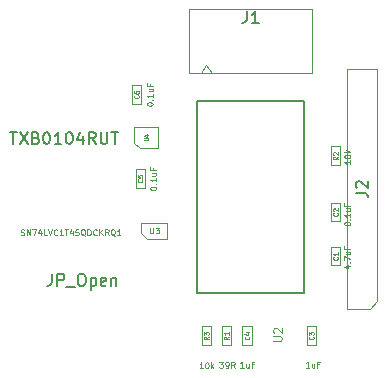
<source format=gbr>
G04 #@! TF.GenerationSoftware,KiCad,Pcbnew,(5.1.5)-3*
G04 #@! TF.CreationDate,2021-07-20T23:34:02+09:00*
G04 #@! TF.ProjectId,pmw3360,706d7733-3336-4302-9e6b-696361645f70,rev?*
G04 #@! TF.SameCoordinates,PX5b136e0PY4bcb138*
G04 #@! TF.FileFunction,Other,Fab,Top*
%FSLAX46Y46*%
G04 Gerber Fmt 4.6, Leading zero omitted, Abs format (unit mm)*
G04 Created by KiCad (PCBNEW (5.1.5)-3) date 2021-07-20 23:34:02*
%MOMM*%
%LPD*%
G04 APERTURE LIST*
%ADD10C,0.100000*%
%ADD11C,0.200000*%
%ADD12C,0.060000*%
%ADD13C,0.150000*%
%ADD14C,0.075000*%
%ADD15C,0.030000*%
G04 APERTURE END LIST*
D10*
X12916666Y-27833333D02*
X13483333Y-27833333D01*
X13550000Y-27800000D01*
X13583333Y-27766666D01*
X13616666Y-27700000D01*
X13616666Y-27566666D01*
X13583333Y-27500000D01*
X13550000Y-27466666D01*
X13483333Y-27433333D01*
X12916666Y-27433333D01*
X12983333Y-27133333D02*
X12950000Y-27100000D01*
X12916666Y-27033333D01*
X12916666Y-26866666D01*
X12950000Y-26800000D01*
X12983333Y-26766666D01*
X13050000Y-26733333D01*
X13116666Y-26733333D01*
X13216666Y-26766666D01*
X13616666Y-27166666D01*
X13616666Y-26733333D01*
X16550001Y-26587500D02*
X16550001Y-28187500D01*
X15750001Y-26587500D02*
X16550001Y-26587500D01*
X15750001Y-28187500D02*
X15750001Y-26587500D01*
X16550001Y-28187500D02*
X15750001Y-28187500D01*
X18600000Y-11362500D02*
X18600000Y-12962500D01*
X17800000Y-11362500D02*
X18600000Y-11362500D01*
X17800000Y-12962500D02*
X17800000Y-11362500D01*
X18600000Y-12962500D02*
X17800000Y-12962500D01*
X8550000Y-28187500D02*
X8550000Y-26587500D01*
X9350000Y-28187500D02*
X8550000Y-28187500D01*
X9350000Y-26587500D02*
X9350000Y-28187500D01*
X8550000Y-26587500D02*
X9350000Y-26587500D01*
X7250000Y-4442893D02*
X7750000Y-5150000D01*
X6750000Y-5150000D02*
X7250000Y-4442893D01*
X16200000Y250000D02*
X5800000Y250000D01*
X16200000Y-5150000D02*
X16200000Y250000D01*
X5800000Y-5150000D02*
X16200000Y-5150000D01*
X5800000Y250000D02*
X5800000Y-5150000D01*
X1750000Y-6162500D02*
X1750000Y-7762500D01*
X950000Y-6162500D02*
X1750000Y-6162500D01*
X950000Y-7762500D02*
X950000Y-6162500D01*
X1750000Y-7762500D02*
X950000Y-7762500D01*
X2050000Y-13287500D02*
X2050000Y-14887500D01*
X1250000Y-13287500D02*
X2050000Y-13287500D01*
X1250000Y-14887500D02*
X1250000Y-13287500D01*
X2050000Y-14887500D02*
X1250000Y-14887500D01*
X7650000Y-26587500D02*
X7650000Y-28187500D01*
X6850000Y-26587500D02*
X7650000Y-26587500D01*
X6850000Y-28187500D02*
X6850000Y-26587500D01*
X7650000Y-28187500D02*
X6850000Y-28187500D01*
X11100000Y-26587500D02*
X11100000Y-28187500D01*
X10300000Y-26587500D02*
X11100000Y-26587500D01*
X10300000Y-28187500D02*
X10300000Y-26587500D01*
X11100000Y-28187500D02*
X10300000Y-28187500D01*
X18600000Y-16112500D02*
X18600000Y-17712500D01*
X17800000Y-16112500D02*
X18600000Y-16112500D01*
X17800000Y-17712500D02*
X17800000Y-16112500D01*
X18600000Y-17712500D02*
X17800000Y-17712500D01*
X17800000Y-21437500D02*
X17800000Y-19837500D01*
X18600000Y-21437500D02*
X17800000Y-21437500D01*
X18600000Y-19837500D02*
X18600000Y-21437500D01*
X17800000Y-19837500D02*
X18600000Y-19837500D01*
X1750000Y-18675000D02*
X2250000Y-19175000D01*
X3950000Y-17825000D02*
X3950000Y-19175000D01*
X1750000Y-17825000D02*
X3950000Y-17825000D01*
X2250000Y-19175000D02*
X3950000Y-19175000D01*
X1750000Y-17825000D02*
X1750000Y-18675000D01*
D11*
X6450000Y-7550000D02*
X15550000Y-7550000D01*
X6450000Y-23750000D02*
X6450000Y-7550000D01*
X15550000Y-23750000D02*
X6450000Y-23750000D01*
X15550000Y-7550000D02*
X15550000Y-23750000D01*
D10*
X1150000Y-11100000D02*
X1150000Y-9750000D01*
X3150000Y-11450000D02*
X1650000Y-11450000D01*
X3150000Y-9750000D02*
X3150000Y-11450000D01*
X1150000Y-9750000D02*
X3150000Y-9750000D01*
X1150000Y-11100000D02*
X1650000Y-11450000D01*
X21720000Y-24485000D02*
X21085000Y-25120000D01*
X21720000Y-4800000D02*
X21720000Y-24485000D01*
X19180000Y-4800000D02*
X21720000Y-4800000D01*
X19180000Y-25120000D02*
X19180000Y-4800000D01*
X21085000Y-25120000D02*
X19180000Y-25120000D01*
X15952380Y-30076190D02*
X15666666Y-30076190D01*
X15809523Y-30076190D02*
X15809523Y-29576190D01*
X15761904Y-29647619D01*
X15714285Y-29695238D01*
X15666666Y-29719047D01*
X16380952Y-29742857D02*
X16380952Y-30076190D01*
X16166666Y-29742857D02*
X16166666Y-30004761D01*
X16190476Y-30052380D01*
X16238095Y-30076190D01*
X16309523Y-30076190D01*
X16357142Y-30052380D01*
X16380952Y-30028571D01*
X16785714Y-29814285D02*
X16619047Y-29814285D01*
X16619047Y-30076190D02*
X16619047Y-29576190D01*
X16857142Y-29576190D01*
D12*
X16292858Y-27454166D02*
X16311905Y-27473214D01*
X16330953Y-27530357D01*
X16330953Y-27568452D01*
X16311905Y-27625595D01*
X16273810Y-27663690D01*
X16235715Y-27682738D01*
X16159524Y-27701785D01*
X16102381Y-27701785D01*
X16026191Y-27682738D01*
X15988096Y-27663690D01*
X15950001Y-27625595D01*
X15930953Y-27568452D01*
X15930953Y-27530357D01*
X15950001Y-27473214D01*
X15969048Y-27454166D01*
X15930953Y-27320833D02*
X15930953Y-27073214D01*
X16083334Y-27206547D01*
X16083334Y-27149404D01*
X16102381Y-27111309D01*
X16121429Y-27092261D01*
X16159524Y-27073214D01*
X16254762Y-27073214D01*
X16292858Y-27092261D01*
X16311905Y-27111309D01*
X16330953Y-27149404D01*
X16330953Y-27263690D01*
X16311905Y-27301785D01*
X16292858Y-27320833D01*
D10*
X19426190Y-12547619D02*
X19426190Y-12833333D01*
X19426190Y-12690476D02*
X18926190Y-12690476D01*
X18997619Y-12738095D01*
X19045238Y-12785714D01*
X19069047Y-12833333D01*
X18926190Y-12238095D02*
X18926190Y-12190476D01*
X18950000Y-12142857D01*
X18973809Y-12119047D01*
X19021428Y-12095238D01*
X19116666Y-12071428D01*
X19235714Y-12071428D01*
X19330952Y-12095238D01*
X19378571Y-12119047D01*
X19402380Y-12142857D01*
X19426190Y-12190476D01*
X19426190Y-12238095D01*
X19402380Y-12285714D01*
X19378571Y-12309523D01*
X19330952Y-12333333D01*
X19235714Y-12357142D01*
X19116666Y-12357142D01*
X19021428Y-12333333D01*
X18973809Y-12309523D01*
X18950000Y-12285714D01*
X18926190Y-12238095D01*
X19426190Y-11857142D02*
X18926190Y-11857142D01*
X19235714Y-11809523D02*
X19426190Y-11666666D01*
X19092857Y-11666666D02*
X19283333Y-11857142D01*
D12*
X18380952Y-12229166D02*
X18190476Y-12362500D01*
X18380952Y-12457738D02*
X17980952Y-12457738D01*
X17980952Y-12305357D01*
X18000000Y-12267261D01*
X18019047Y-12248214D01*
X18057142Y-12229166D01*
X18114285Y-12229166D01*
X18152380Y-12248214D01*
X18171428Y-12267261D01*
X18190476Y-12305357D01*
X18190476Y-12457738D01*
X18019047Y-12076785D02*
X18000000Y-12057738D01*
X17980952Y-12019642D01*
X17980952Y-11924404D01*
X18000000Y-11886309D01*
X18019047Y-11867261D01*
X18057142Y-11848214D01*
X18095238Y-11848214D01*
X18152380Y-11867261D01*
X18380952Y-12095833D01*
X18380952Y-11848214D01*
D10*
X8345238Y-29601190D02*
X8654761Y-29601190D01*
X8488095Y-29791666D01*
X8559523Y-29791666D01*
X8607142Y-29815476D01*
X8630952Y-29839285D01*
X8654761Y-29886904D01*
X8654761Y-30005952D01*
X8630952Y-30053571D01*
X8607142Y-30077380D01*
X8559523Y-30101190D01*
X8416666Y-30101190D01*
X8369047Y-30077380D01*
X8345238Y-30053571D01*
X8892857Y-30101190D02*
X8988095Y-30101190D01*
X9035714Y-30077380D01*
X9059523Y-30053571D01*
X9107142Y-29982142D01*
X9130952Y-29886904D01*
X9130952Y-29696428D01*
X9107142Y-29648809D01*
X9083333Y-29625000D01*
X9035714Y-29601190D01*
X8940476Y-29601190D01*
X8892857Y-29625000D01*
X8869047Y-29648809D01*
X8845238Y-29696428D01*
X8845238Y-29815476D01*
X8869047Y-29863095D01*
X8892857Y-29886904D01*
X8940476Y-29910714D01*
X9035714Y-29910714D01*
X9083333Y-29886904D01*
X9107142Y-29863095D01*
X9130952Y-29815476D01*
X9630952Y-30101190D02*
X9464285Y-29863095D01*
X9345238Y-30101190D02*
X9345238Y-29601190D01*
X9535714Y-29601190D01*
X9583333Y-29625000D01*
X9607142Y-29648809D01*
X9630952Y-29696428D01*
X9630952Y-29767857D01*
X9607142Y-29815476D01*
X9583333Y-29839285D01*
X9535714Y-29863095D01*
X9345238Y-29863095D01*
D12*
X9130952Y-27454166D02*
X8940476Y-27587500D01*
X9130952Y-27682738D02*
X8730952Y-27682738D01*
X8730952Y-27530357D01*
X8750000Y-27492261D01*
X8769047Y-27473214D01*
X8807142Y-27454166D01*
X8864285Y-27454166D01*
X8902380Y-27473214D01*
X8921428Y-27492261D01*
X8940476Y-27530357D01*
X8940476Y-27682738D01*
X9130952Y-27073214D02*
X9130952Y-27301785D01*
X9130952Y-27187500D02*
X8730952Y-27187500D01*
X8788095Y-27225595D01*
X8826190Y-27263690D01*
X8845238Y-27301785D01*
D13*
X10666666Y97620D02*
X10666666Y-616666D01*
X10619047Y-759523D01*
X10523809Y-854761D01*
X10380952Y-902380D01*
X10285714Y-902380D01*
X11666666Y-902380D02*
X11095238Y-902380D01*
X11380952Y-902380D02*
X11380952Y97620D01*
X11285714Y-45238D01*
X11190476Y-140476D01*
X11095238Y-188095D01*
D10*
X2201190Y-7796428D02*
X2201190Y-7748809D01*
X2225000Y-7701190D01*
X2248809Y-7677380D01*
X2296428Y-7653571D01*
X2391666Y-7629761D01*
X2510714Y-7629761D01*
X2605952Y-7653571D01*
X2653571Y-7677380D01*
X2677380Y-7701190D01*
X2701190Y-7748809D01*
X2701190Y-7796428D01*
X2677380Y-7844047D01*
X2653571Y-7867857D01*
X2605952Y-7891666D01*
X2510714Y-7915476D01*
X2391666Y-7915476D01*
X2296428Y-7891666D01*
X2248809Y-7867857D01*
X2225000Y-7844047D01*
X2201190Y-7796428D01*
X2653571Y-7415476D02*
X2677380Y-7391666D01*
X2701190Y-7415476D01*
X2677380Y-7439285D01*
X2653571Y-7415476D01*
X2701190Y-7415476D01*
X2701190Y-6915476D02*
X2701190Y-7201190D01*
X2701190Y-7058333D02*
X2201190Y-7058333D01*
X2272619Y-7105952D01*
X2320238Y-7153571D01*
X2344047Y-7201190D01*
X2367857Y-6486904D02*
X2701190Y-6486904D01*
X2367857Y-6701190D02*
X2629761Y-6701190D01*
X2677380Y-6677380D01*
X2701190Y-6629761D01*
X2701190Y-6558333D01*
X2677380Y-6510714D01*
X2653571Y-6486904D01*
X2439285Y-6082142D02*
X2439285Y-6248809D01*
X2701190Y-6248809D02*
X2201190Y-6248809D01*
X2201190Y-6010714D01*
D12*
X1492857Y-7029166D02*
X1511904Y-7048214D01*
X1530952Y-7105357D01*
X1530952Y-7143452D01*
X1511904Y-7200595D01*
X1473809Y-7238690D01*
X1435714Y-7257738D01*
X1359523Y-7276785D01*
X1302380Y-7276785D01*
X1226190Y-7257738D01*
X1188095Y-7238690D01*
X1150000Y-7200595D01*
X1130952Y-7143452D01*
X1130952Y-7105357D01*
X1150000Y-7048214D01*
X1169047Y-7029166D01*
X1130952Y-6686309D02*
X1130952Y-6762500D01*
X1150000Y-6800595D01*
X1169047Y-6819642D01*
X1226190Y-6857738D01*
X1302380Y-6876785D01*
X1454761Y-6876785D01*
X1492857Y-6857738D01*
X1511904Y-6838690D01*
X1530952Y-6800595D01*
X1530952Y-6724404D01*
X1511904Y-6686309D01*
X1492857Y-6667261D01*
X1454761Y-6648214D01*
X1359523Y-6648214D01*
X1321428Y-6667261D01*
X1302380Y-6686309D01*
X1283333Y-6724404D01*
X1283333Y-6800595D01*
X1302380Y-6838690D01*
X1321428Y-6857738D01*
X1359523Y-6876785D01*
D10*
X2501190Y-14921428D02*
X2501190Y-14873809D01*
X2525000Y-14826190D01*
X2548809Y-14802380D01*
X2596428Y-14778571D01*
X2691666Y-14754761D01*
X2810714Y-14754761D01*
X2905952Y-14778571D01*
X2953571Y-14802380D01*
X2977380Y-14826190D01*
X3001190Y-14873809D01*
X3001190Y-14921428D01*
X2977380Y-14969047D01*
X2953571Y-14992857D01*
X2905952Y-15016666D01*
X2810714Y-15040476D01*
X2691666Y-15040476D01*
X2596428Y-15016666D01*
X2548809Y-14992857D01*
X2525000Y-14969047D01*
X2501190Y-14921428D01*
X2953571Y-14540476D02*
X2977380Y-14516666D01*
X3001190Y-14540476D01*
X2977380Y-14564285D01*
X2953571Y-14540476D01*
X3001190Y-14540476D01*
X3001190Y-14040476D02*
X3001190Y-14326190D01*
X3001190Y-14183333D02*
X2501190Y-14183333D01*
X2572619Y-14230952D01*
X2620238Y-14278571D01*
X2644047Y-14326190D01*
X2667857Y-13611904D02*
X3001190Y-13611904D01*
X2667857Y-13826190D02*
X2929761Y-13826190D01*
X2977380Y-13802380D01*
X3001190Y-13754761D01*
X3001190Y-13683333D01*
X2977380Y-13635714D01*
X2953571Y-13611904D01*
X2739285Y-13207142D02*
X2739285Y-13373809D01*
X3001190Y-13373809D02*
X2501190Y-13373809D01*
X2501190Y-13135714D01*
D12*
X1792857Y-14154166D02*
X1811904Y-14173214D01*
X1830952Y-14230357D01*
X1830952Y-14268452D01*
X1811904Y-14325595D01*
X1773809Y-14363690D01*
X1735714Y-14382738D01*
X1659523Y-14401785D01*
X1602380Y-14401785D01*
X1526190Y-14382738D01*
X1488095Y-14363690D01*
X1450000Y-14325595D01*
X1430952Y-14268452D01*
X1430952Y-14230357D01*
X1450000Y-14173214D01*
X1469047Y-14154166D01*
X1430952Y-13792261D02*
X1430952Y-13982738D01*
X1621428Y-14001785D01*
X1602380Y-13982738D01*
X1583333Y-13944642D01*
X1583333Y-13849404D01*
X1602380Y-13811309D01*
X1621428Y-13792261D01*
X1659523Y-13773214D01*
X1754761Y-13773214D01*
X1792857Y-13792261D01*
X1811904Y-13811309D01*
X1830952Y-13849404D01*
X1830952Y-13944642D01*
X1811904Y-13982738D01*
X1792857Y-14001785D01*
D10*
X6952380Y-30151190D02*
X6666666Y-30151190D01*
X6809523Y-30151190D02*
X6809523Y-29651190D01*
X6761904Y-29722619D01*
X6714285Y-29770238D01*
X6666666Y-29794047D01*
X7261904Y-29651190D02*
X7309523Y-29651190D01*
X7357142Y-29675000D01*
X7380952Y-29698809D01*
X7404761Y-29746428D01*
X7428571Y-29841666D01*
X7428571Y-29960714D01*
X7404761Y-30055952D01*
X7380952Y-30103571D01*
X7357142Y-30127380D01*
X7309523Y-30151190D01*
X7261904Y-30151190D01*
X7214285Y-30127380D01*
X7190476Y-30103571D01*
X7166666Y-30055952D01*
X7142857Y-29960714D01*
X7142857Y-29841666D01*
X7166666Y-29746428D01*
X7190476Y-29698809D01*
X7214285Y-29675000D01*
X7261904Y-29651190D01*
X7642857Y-30151190D02*
X7642857Y-29651190D01*
X7690476Y-29960714D02*
X7833333Y-30151190D01*
X7833333Y-29817857D02*
X7642857Y-30008333D01*
D12*
X7430952Y-27454166D02*
X7240476Y-27587500D01*
X7430952Y-27682738D02*
X7030952Y-27682738D01*
X7030952Y-27530357D01*
X7050000Y-27492261D01*
X7069047Y-27473214D01*
X7107142Y-27454166D01*
X7164285Y-27454166D01*
X7202380Y-27473214D01*
X7221428Y-27492261D01*
X7240476Y-27530357D01*
X7240476Y-27682738D01*
X7030952Y-27320833D02*
X7030952Y-27073214D01*
X7183333Y-27206547D01*
X7183333Y-27149404D01*
X7202380Y-27111309D01*
X7221428Y-27092261D01*
X7259523Y-27073214D01*
X7354761Y-27073214D01*
X7392857Y-27092261D01*
X7411904Y-27111309D01*
X7430952Y-27149404D01*
X7430952Y-27263690D01*
X7411904Y-27301785D01*
X7392857Y-27320833D01*
D10*
X10402380Y-30076190D02*
X10116666Y-30076190D01*
X10259523Y-30076190D02*
X10259523Y-29576190D01*
X10211904Y-29647619D01*
X10164285Y-29695238D01*
X10116666Y-29719047D01*
X10830952Y-29742857D02*
X10830952Y-30076190D01*
X10616666Y-29742857D02*
X10616666Y-30004761D01*
X10640476Y-30052380D01*
X10688095Y-30076190D01*
X10759523Y-30076190D01*
X10807142Y-30052380D01*
X10830952Y-30028571D01*
X11235714Y-29814285D02*
X11069047Y-29814285D01*
X11069047Y-30076190D02*
X11069047Y-29576190D01*
X11307142Y-29576190D01*
D12*
X10842857Y-27454166D02*
X10861904Y-27473214D01*
X10880952Y-27530357D01*
X10880952Y-27568452D01*
X10861904Y-27625595D01*
X10823809Y-27663690D01*
X10785714Y-27682738D01*
X10709523Y-27701785D01*
X10652380Y-27701785D01*
X10576190Y-27682738D01*
X10538095Y-27663690D01*
X10500000Y-27625595D01*
X10480952Y-27568452D01*
X10480952Y-27530357D01*
X10500000Y-27473214D01*
X10519047Y-27454166D01*
X10614285Y-27111309D02*
X10880952Y-27111309D01*
X10461904Y-27206547D02*
X10747619Y-27301785D01*
X10747619Y-27054166D01*
D10*
X18926190Y-17921428D02*
X18926190Y-17873809D01*
X18950000Y-17826190D01*
X18973809Y-17802380D01*
X19021428Y-17778571D01*
X19116666Y-17754761D01*
X19235714Y-17754761D01*
X19330952Y-17778571D01*
X19378571Y-17802380D01*
X19402380Y-17826190D01*
X19426190Y-17873809D01*
X19426190Y-17921428D01*
X19402380Y-17969047D01*
X19378571Y-17992857D01*
X19330952Y-18016666D01*
X19235714Y-18040476D01*
X19116666Y-18040476D01*
X19021428Y-18016666D01*
X18973809Y-17992857D01*
X18950000Y-17969047D01*
X18926190Y-17921428D01*
X19378571Y-17540476D02*
X19402380Y-17516666D01*
X19426190Y-17540476D01*
X19402380Y-17564285D01*
X19378571Y-17540476D01*
X19426190Y-17540476D01*
X19426190Y-17040476D02*
X19426190Y-17326190D01*
X19426190Y-17183333D02*
X18926190Y-17183333D01*
X18997619Y-17230952D01*
X19045238Y-17278571D01*
X19069047Y-17326190D01*
X19092857Y-16611904D02*
X19426190Y-16611904D01*
X19092857Y-16826190D02*
X19354761Y-16826190D01*
X19402380Y-16802380D01*
X19426190Y-16754761D01*
X19426190Y-16683333D01*
X19402380Y-16635714D01*
X19378571Y-16611904D01*
X19164285Y-16207142D02*
X19164285Y-16373809D01*
X19426190Y-16373809D02*
X18926190Y-16373809D01*
X18926190Y-16135714D01*
D12*
X18342857Y-16979166D02*
X18361904Y-16998214D01*
X18380952Y-17055357D01*
X18380952Y-17093452D01*
X18361904Y-17150595D01*
X18323809Y-17188690D01*
X18285714Y-17207738D01*
X18209523Y-17226785D01*
X18152380Y-17226785D01*
X18076190Y-17207738D01*
X18038095Y-17188690D01*
X18000000Y-17150595D01*
X17980952Y-17093452D01*
X17980952Y-17055357D01*
X18000000Y-16998214D01*
X18019047Y-16979166D01*
X18019047Y-16826785D02*
X18000000Y-16807738D01*
X17980952Y-16769642D01*
X17980952Y-16674404D01*
X18000000Y-16636309D01*
X18019047Y-16617261D01*
X18057142Y-16598214D01*
X18095238Y-16598214D01*
X18152380Y-16617261D01*
X18380952Y-16845833D01*
X18380952Y-16598214D01*
D10*
X19092857Y-21452380D02*
X19426190Y-21452380D01*
X18902380Y-21571428D02*
X19259523Y-21690476D01*
X19259523Y-21380952D01*
X19378571Y-21190476D02*
X19402380Y-21166666D01*
X19426190Y-21190476D01*
X19402380Y-21214285D01*
X19378571Y-21190476D01*
X19426190Y-21190476D01*
X18926190Y-21000000D02*
X18926190Y-20666666D01*
X19426190Y-20880952D01*
X19092857Y-20261904D02*
X19426190Y-20261904D01*
X19092857Y-20476190D02*
X19354761Y-20476190D01*
X19402380Y-20452380D01*
X19426190Y-20404761D01*
X19426190Y-20333333D01*
X19402380Y-20285714D01*
X19378571Y-20261904D01*
X19164285Y-19857142D02*
X19164285Y-20023809D01*
X19426190Y-20023809D02*
X18926190Y-20023809D01*
X18926190Y-19785714D01*
D12*
X18342857Y-20704166D02*
X18361904Y-20723214D01*
X18380952Y-20780357D01*
X18380952Y-20818452D01*
X18361904Y-20875595D01*
X18323809Y-20913690D01*
X18285714Y-20932738D01*
X18209523Y-20951785D01*
X18152380Y-20951785D01*
X18076190Y-20932738D01*
X18038095Y-20913690D01*
X18000000Y-20875595D01*
X17980952Y-20818452D01*
X17980952Y-20780357D01*
X18000000Y-20723214D01*
X18019047Y-20704166D01*
X18380952Y-20323214D02*
X18380952Y-20551785D01*
X18380952Y-20437500D02*
X17980952Y-20437500D01*
X18038095Y-20475595D01*
X18076190Y-20513690D01*
X18095238Y-20551785D01*
D10*
X-8464286Y-18852380D02*
X-8392858Y-18876190D01*
X-8273810Y-18876190D01*
X-8226191Y-18852380D01*
X-8202381Y-18828571D01*
X-8178572Y-18780952D01*
X-8178572Y-18733333D01*
X-8202381Y-18685714D01*
X-8226191Y-18661904D01*
X-8273810Y-18638095D01*
X-8369048Y-18614285D01*
X-8416667Y-18590476D01*
X-8440477Y-18566666D01*
X-8464286Y-18519047D01*
X-8464286Y-18471428D01*
X-8440477Y-18423809D01*
X-8416667Y-18400000D01*
X-8369048Y-18376190D01*
X-8250000Y-18376190D01*
X-8178572Y-18400000D01*
X-7964286Y-18876190D02*
X-7964286Y-18376190D01*
X-7678572Y-18876190D01*
X-7678572Y-18376190D01*
X-7488096Y-18376190D02*
X-7154762Y-18376190D01*
X-7369048Y-18876190D01*
X-6750000Y-18542857D02*
X-6750000Y-18876190D01*
X-6869048Y-18352380D02*
X-6988096Y-18709523D01*
X-6678572Y-18709523D01*
X-6250000Y-18876190D02*
X-6488096Y-18876190D01*
X-6488096Y-18376190D01*
X-6154762Y-18376190D02*
X-5988096Y-18876190D01*
X-5821429Y-18376190D01*
X-5369048Y-18828571D02*
X-5392858Y-18852380D01*
X-5464286Y-18876190D01*
X-5511905Y-18876190D01*
X-5583334Y-18852380D01*
X-5630953Y-18804761D01*
X-5654762Y-18757142D01*
X-5678572Y-18661904D01*
X-5678572Y-18590476D01*
X-5654762Y-18495238D01*
X-5630953Y-18447619D01*
X-5583334Y-18400000D01*
X-5511905Y-18376190D01*
X-5464286Y-18376190D01*
X-5392858Y-18400000D01*
X-5369048Y-18423809D01*
X-4892858Y-18876190D02*
X-5178572Y-18876190D01*
X-5035715Y-18876190D02*
X-5035715Y-18376190D01*
X-5083334Y-18447619D01*
X-5130953Y-18495238D01*
X-5178572Y-18519047D01*
X-4750000Y-18376190D02*
X-4464286Y-18376190D01*
X-4607143Y-18876190D02*
X-4607143Y-18376190D01*
X-4083334Y-18542857D02*
X-4083334Y-18876190D01*
X-4202381Y-18352380D02*
X-4321429Y-18709523D01*
X-4011905Y-18709523D01*
X-3583334Y-18376190D02*
X-3821429Y-18376190D01*
X-3845239Y-18614285D01*
X-3821429Y-18590476D01*
X-3773810Y-18566666D01*
X-3654762Y-18566666D01*
X-3607143Y-18590476D01*
X-3583334Y-18614285D01*
X-3559524Y-18661904D01*
X-3559524Y-18780952D01*
X-3583334Y-18828571D01*
X-3607143Y-18852380D01*
X-3654762Y-18876190D01*
X-3773810Y-18876190D01*
X-3821429Y-18852380D01*
X-3845239Y-18828571D01*
X-3011905Y-18923809D02*
X-3059524Y-18900000D01*
X-3107143Y-18852380D01*
X-3178572Y-18780952D01*
X-3226191Y-18757142D01*
X-3273810Y-18757142D01*
X-3250000Y-18876190D02*
X-3297620Y-18852380D01*
X-3345239Y-18804761D01*
X-3369048Y-18709523D01*
X-3369048Y-18542857D01*
X-3345239Y-18447619D01*
X-3297620Y-18400000D01*
X-3250000Y-18376190D01*
X-3154762Y-18376190D01*
X-3107143Y-18400000D01*
X-3059524Y-18447619D01*
X-3035715Y-18542857D01*
X-3035715Y-18709523D01*
X-3059524Y-18804761D01*
X-3107143Y-18852380D01*
X-3154762Y-18876190D01*
X-3250000Y-18876190D01*
X-2821429Y-18876190D02*
X-2821429Y-18376190D01*
X-2702381Y-18376190D01*
X-2630953Y-18400000D01*
X-2583334Y-18447619D01*
X-2559524Y-18495238D01*
X-2535715Y-18590476D01*
X-2535715Y-18661904D01*
X-2559524Y-18757142D01*
X-2583334Y-18804761D01*
X-2630953Y-18852380D01*
X-2702381Y-18876190D01*
X-2821429Y-18876190D01*
X-2035715Y-18828571D02*
X-2059524Y-18852380D01*
X-2130953Y-18876190D01*
X-2178572Y-18876190D01*
X-2250000Y-18852380D01*
X-2297620Y-18804761D01*
X-2321429Y-18757142D01*
X-2345239Y-18661904D01*
X-2345239Y-18590476D01*
X-2321429Y-18495238D01*
X-2297620Y-18447619D01*
X-2250000Y-18400000D01*
X-2178572Y-18376190D01*
X-2130953Y-18376190D01*
X-2059524Y-18400000D01*
X-2035715Y-18423809D01*
X-1821429Y-18876190D02*
X-1821429Y-18376190D01*
X-1535715Y-18876190D02*
X-1750000Y-18590476D01*
X-1535715Y-18376190D02*
X-1821429Y-18661904D01*
X-1035715Y-18876190D02*
X-1202381Y-18638095D01*
X-1321429Y-18876190D02*
X-1321429Y-18376190D01*
X-1130953Y-18376190D01*
X-1083334Y-18400000D01*
X-1059524Y-18423809D01*
X-1035715Y-18471428D01*
X-1035715Y-18542857D01*
X-1059524Y-18590476D01*
X-1083334Y-18614285D01*
X-1130953Y-18638095D01*
X-1321429Y-18638095D01*
X-488096Y-18923809D02*
X-535715Y-18900000D01*
X-583334Y-18852380D01*
X-654762Y-18780952D01*
X-702381Y-18757142D01*
X-750000Y-18757142D01*
X-726191Y-18876190D02*
X-773810Y-18852380D01*
X-821429Y-18804761D01*
X-845239Y-18709523D01*
X-845239Y-18542857D01*
X-821429Y-18447619D01*
X-773810Y-18400000D01*
X-726191Y-18376190D01*
X-630953Y-18376190D01*
X-583334Y-18400000D01*
X-535715Y-18447619D01*
X-511905Y-18542857D01*
X-511905Y-18709523D01*
X-535715Y-18804761D01*
X-583334Y-18852380D01*
X-630953Y-18876190D01*
X-726191Y-18876190D01*
X-35715Y-18876190D02*
X-321429Y-18876190D01*
X-178572Y-18876190D02*
X-178572Y-18376190D01*
X-226191Y-18447619D01*
X-273810Y-18495238D01*
X-321429Y-18519047D01*
D14*
X2469047Y-18226190D02*
X2469047Y-18630952D01*
X2492857Y-18678571D01*
X2516666Y-18702380D01*
X2564285Y-18726190D01*
X2659523Y-18726190D01*
X2707142Y-18702380D01*
X2730952Y-18678571D01*
X2754761Y-18630952D01*
X2754761Y-18226190D01*
X2945238Y-18226190D02*
X3254761Y-18226190D01*
X3088095Y-18416666D01*
X3159523Y-18416666D01*
X3207142Y-18440476D01*
X3230952Y-18464285D01*
X3254761Y-18511904D01*
X3254761Y-18630952D01*
X3230952Y-18678571D01*
X3207142Y-18702380D01*
X3159523Y-18726190D01*
X3016666Y-18726190D01*
X2969047Y-18702380D01*
X2945238Y-18678571D01*
D13*
X-9371429Y-10152380D02*
X-8800000Y-10152380D01*
X-9085715Y-11152380D02*
X-9085715Y-10152380D01*
X-8561905Y-10152380D02*
X-7895239Y-11152380D01*
X-7895239Y-10152380D02*
X-8561905Y-11152380D01*
X-7180953Y-10628571D02*
X-7038096Y-10676190D01*
X-6990477Y-10723809D01*
X-6942858Y-10819047D01*
X-6942858Y-10961904D01*
X-6990477Y-11057142D01*
X-7038096Y-11104761D01*
X-7133334Y-11152380D01*
X-7514286Y-11152380D01*
X-7514286Y-10152380D01*
X-7180953Y-10152380D01*
X-7085715Y-10200000D01*
X-7038096Y-10247619D01*
X-6990477Y-10342857D01*
X-6990477Y-10438095D01*
X-7038096Y-10533333D01*
X-7085715Y-10580952D01*
X-7180953Y-10628571D01*
X-7514286Y-10628571D01*
X-6323810Y-10152380D02*
X-6228572Y-10152380D01*
X-6133334Y-10200000D01*
X-6085715Y-10247619D01*
X-6038096Y-10342857D01*
X-5990477Y-10533333D01*
X-5990477Y-10771428D01*
X-6038096Y-10961904D01*
X-6085715Y-11057142D01*
X-6133334Y-11104761D01*
X-6228572Y-11152380D01*
X-6323810Y-11152380D01*
X-6419048Y-11104761D01*
X-6466667Y-11057142D01*
X-6514286Y-10961904D01*
X-6561905Y-10771428D01*
X-6561905Y-10533333D01*
X-6514286Y-10342857D01*
X-6466667Y-10247619D01*
X-6419048Y-10200000D01*
X-6323810Y-10152380D01*
X-5038096Y-11152380D02*
X-5609524Y-11152380D01*
X-5323810Y-11152380D02*
X-5323810Y-10152380D01*
X-5419048Y-10295238D01*
X-5514286Y-10390476D01*
X-5609524Y-10438095D01*
X-4419048Y-10152380D02*
X-4323810Y-10152380D01*
X-4228572Y-10200000D01*
X-4180953Y-10247619D01*
X-4133334Y-10342857D01*
X-4085715Y-10533333D01*
X-4085715Y-10771428D01*
X-4133334Y-10961904D01*
X-4180953Y-11057142D01*
X-4228572Y-11104761D01*
X-4323810Y-11152380D01*
X-4419048Y-11152380D01*
X-4514286Y-11104761D01*
X-4561905Y-11057142D01*
X-4609524Y-10961904D01*
X-4657143Y-10771428D01*
X-4657143Y-10533333D01*
X-4609524Y-10342857D01*
X-4561905Y-10247619D01*
X-4514286Y-10200000D01*
X-4419048Y-10152380D01*
X-3228572Y-10485714D02*
X-3228572Y-11152380D01*
X-3466667Y-10104761D02*
X-3704762Y-10819047D01*
X-3085715Y-10819047D01*
X-2133334Y-11152380D02*
X-2466667Y-10676190D01*
X-2704762Y-11152380D02*
X-2704762Y-10152380D01*
X-2323810Y-10152380D01*
X-2228572Y-10200000D01*
X-2180953Y-10247619D01*
X-2133334Y-10342857D01*
X-2133334Y-10485714D01*
X-2180953Y-10580952D01*
X-2228572Y-10628571D01*
X-2323810Y-10676190D01*
X-2704762Y-10676190D01*
X-1704762Y-10152380D02*
X-1704762Y-10961904D01*
X-1657143Y-11057142D01*
X-1609524Y-11104761D01*
X-1514286Y-11152380D01*
X-1323810Y-11152380D01*
X-1228572Y-11104761D01*
X-1180953Y-11057142D01*
X-1133334Y-10961904D01*
X-1133334Y-10152380D01*
X-800000Y-10152380D02*
X-228572Y-10152380D01*
X-514286Y-11152380D02*
X-514286Y-10152380D01*
D15*
X1985714Y-10828571D02*
X2228571Y-10828571D01*
X2257142Y-10814285D01*
X2271428Y-10800000D01*
X2285714Y-10771428D01*
X2285714Y-10714285D01*
X2271428Y-10685714D01*
X2257142Y-10671428D01*
X2228571Y-10657142D01*
X1985714Y-10657142D01*
X2085714Y-10385714D02*
X2285714Y-10385714D01*
X1971428Y-10457142D02*
X2185714Y-10528571D01*
X2185714Y-10342857D01*
D13*
X-5845239Y-22152380D02*
X-5845239Y-22866666D01*
X-5892858Y-23009523D01*
X-5988096Y-23104761D01*
X-6130953Y-23152380D01*
X-6226191Y-23152380D01*
X-5369048Y-23152380D02*
X-5369048Y-22152380D01*
X-4988096Y-22152380D01*
X-4892858Y-22200000D01*
X-4845239Y-22247619D01*
X-4797620Y-22342857D01*
X-4797620Y-22485714D01*
X-4845239Y-22580952D01*
X-4892858Y-22628571D01*
X-4988096Y-22676190D01*
X-5369048Y-22676190D01*
X-4607143Y-23247619D02*
X-3845239Y-23247619D01*
X-3416667Y-22152380D02*
X-3226191Y-22152380D01*
X-3130953Y-22200000D01*
X-3035715Y-22295238D01*
X-2988096Y-22485714D01*
X-2988096Y-22819047D01*
X-3035715Y-23009523D01*
X-3130953Y-23104761D01*
X-3226191Y-23152380D01*
X-3416667Y-23152380D01*
X-3511905Y-23104761D01*
X-3607143Y-23009523D01*
X-3654762Y-22819047D01*
X-3654762Y-22485714D01*
X-3607143Y-22295238D01*
X-3511905Y-22200000D01*
X-3416667Y-22152380D01*
X-2559524Y-22485714D02*
X-2559524Y-23485714D01*
X-2559524Y-22533333D02*
X-2464286Y-22485714D01*
X-2273810Y-22485714D01*
X-2178572Y-22533333D01*
X-2130953Y-22580952D01*
X-2083334Y-22676190D01*
X-2083334Y-22961904D01*
X-2130953Y-23057142D01*
X-2178572Y-23104761D01*
X-2273810Y-23152380D01*
X-2464286Y-23152380D01*
X-2559524Y-23104761D01*
X-1273810Y-23104761D02*
X-1369048Y-23152380D01*
X-1559524Y-23152380D01*
X-1654762Y-23104761D01*
X-1702381Y-23009523D01*
X-1702381Y-22628571D01*
X-1654762Y-22533333D01*
X-1559524Y-22485714D01*
X-1369048Y-22485714D01*
X-1273810Y-22533333D01*
X-1226191Y-22628571D01*
X-1226191Y-22723809D01*
X-1702381Y-22819047D01*
X-797620Y-22485714D02*
X-797620Y-23152380D01*
X-797620Y-22580952D02*
X-750000Y-22533333D01*
X-654762Y-22485714D01*
X-511905Y-22485714D01*
X-416667Y-22533333D01*
X-369048Y-22628571D01*
X-369048Y-23152380D01*
X19902380Y-15293333D02*
X20616666Y-15293333D01*
X20759523Y-15340952D01*
X20854761Y-15436190D01*
X20902380Y-15579047D01*
X20902380Y-15674285D01*
X19997619Y-14864761D02*
X19950000Y-14817142D01*
X19902380Y-14721904D01*
X19902380Y-14483809D01*
X19950000Y-14388571D01*
X19997619Y-14340952D01*
X20092857Y-14293333D01*
X20188095Y-14293333D01*
X20330952Y-14340952D01*
X20902380Y-14912380D01*
X20902380Y-14293333D01*
M02*

</source>
